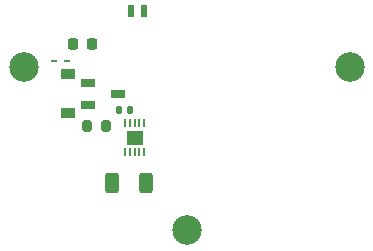
<source format=gbr>
%TF.GenerationSoftware,KiCad,Pcbnew,8.0.3*%
%TF.CreationDate,2025-07-02T10:16:16+03:00*%
%TF.ProjectId,LeafSensorPico,4c656166-5365-46e7-936f-725069636f2e,rev?*%
%TF.SameCoordinates,Original*%
%TF.FileFunction,Paste,Bot*%
%TF.FilePolarity,Positive*%
%FSLAX46Y46*%
G04 Gerber Fmt 4.6, Leading zero omitted, Abs format (unit mm)*
G04 Created by KiCad (PCBNEW 8.0.3) date 2025-07-02 10:16:16*
%MOMM*%
%LPD*%
G01*
G04 APERTURE LIST*
G04 Aperture macros list*
%AMRoundRect*
0 Rectangle with rounded corners*
0 $1 Rounding radius*
0 $2 $3 $4 $5 $6 $7 $8 $9 X,Y pos of 4 corners*
0 Add a 4 corners polygon primitive as box body*
4,1,4,$2,$3,$4,$5,$6,$7,$8,$9,$2,$3,0*
0 Add four circle primitives for the rounded corners*
1,1,$1+$1,$2,$3*
1,1,$1+$1,$4,$5*
1,1,$1+$1,$6,$7*
1,1,$1+$1,$8,$9*
0 Add four rect primitives between the rounded corners*
20,1,$1+$1,$2,$3,$4,$5,0*
20,1,$1+$1,$4,$5,$6,$7,0*
20,1,$1+$1,$6,$7,$8,$9,0*
20,1,$1+$1,$8,$9,$2,$3,0*%
G04 Aperture macros list end*
%ADD10R,1.220000X0.910000*%
%ADD11RoundRect,0.250000X-0.312500X-0.625000X0.312500X-0.625000X0.312500X0.625000X-0.312500X0.625000X0*%
%ADD12C,2.500000*%
%ADD13R,0.500000X1.000000*%
%ADD14RoundRect,0.200000X-0.200000X-0.275000X0.200000X-0.275000X0.200000X0.275000X-0.200000X0.275000X0*%
%ADD15RoundRect,0.140000X0.140000X0.170000X-0.140000X0.170000X-0.140000X-0.170000X0.140000X-0.170000X0*%
%ADD16R,1.150000X0.700000*%
%ADD17O,0.200000X0.680000*%
%ADD18R,1.400000X1.300000*%
%ADD19RoundRect,0.225000X0.225000X0.250000X-0.225000X0.250000X-0.225000X-0.250000X0.225000X-0.250000X0*%
%ADD20R,0.520000X0.260000*%
G04 APERTURE END LIST*
D10*
%TO.C,D1*%
X134340600Y-92543200D03*
X134340600Y-95823200D03*
%TD*%
D11*
%TO.C,R10*%
X138059700Y-101777800D03*
X140984700Y-101777800D03*
%TD*%
D12*
%TO.C,TP2*%
X158216616Y-91988003D03*
%TD*%
%TO.C,TP1*%
X144416616Y-105788003D03*
%TD*%
D13*
%TO.C,X1*%
X139732200Y-87249000D03*
X140792200Y-87249000D03*
%TD*%
D14*
%TO.C,R1*%
X135966200Y-97002600D03*
X137616200Y-97002600D03*
%TD*%
D12*
%TO.C,TP3*%
X130616616Y-91988003D03*
%TD*%
D15*
%TO.C,C10*%
X139649200Y-95605600D03*
X138689200Y-95605600D03*
%TD*%
D16*
%TO.C,Q1*%
X136093200Y-95219600D03*
X138593200Y-94269600D03*
X136093200Y-93319600D03*
%TD*%
D17*
%TO.C,U2*%
X140817600Y-99161600D03*
X140417600Y-99161600D03*
X140017600Y-99161600D03*
X139617600Y-99161600D03*
X139217600Y-99161600D03*
X139217600Y-96721600D03*
X139617600Y-96721600D03*
X140017600Y-96721600D03*
X140417600Y-96721600D03*
X140817600Y-96721600D03*
D18*
X140017600Y-97941600D03*
%TD*%
D19*
%TO.C,C6*%
X136385600Y-90017600D03*
X134835600Y-90017600D03*
%TD*%
D20*
%TO.C,D2*%
X134296400Y-91490800D03*
X133216400Y-91490800D03*
%TD*%
M02*

</source>
